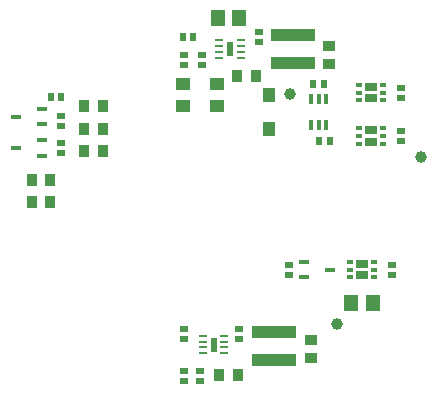
<source format=gbr>
G04 Layer_Color=8421504*
%FSLAX25Y25*%
%MOIN*%
%TF.FileFunction,Paste,Top*%
%TF.Part,Single*%
G01*
G75*
%TA.AperFunction,SMDPad*%
%ADD10R,0.03661X0.03858*%
%TA.AperFunction,SMDPad*%
%ADD11R,0.02559X0.02362*%
%TA.AperFunction,SMDPad*%
%ADD12R,0.03543X0.01575*%
%TA.AperFunction,SMDPad*%
%ADD13R,0.02362X0.02559*%
%TA.AperFunction,SMDPad*%
%ADD14R,0.04921X0.03937*%
%TA.AperFunction,SMDPad*%
%ADD15R,0.03937X0.04921*%
%TA.AperFunction,SMDPad*%
%ADD16R,0.01575X0.03543*%
%TA.AperFunction,SMDPad*%
%ADD17R,0.01950X0.01378*%
%TA.AperFunction,SMDPad*%
%ADD18R,0.04331X0.02756*%
%TA.AperFunction,SMDPad*%
%ADD19R,0.04567X0.05787*%
%TA.AperFunction,SMDPad*%
%ADD20R,0.03150X0.00984*%
%TA.AperFunction,SMDPad*%
%ADD21R,0.02362X0.04724*%
%TA.AperFunction,SMDPad*%
%ADD22R,0.03858X0.03661*%
%TA.AperFunction,SMDPad*%
%ADD23R,0.14567X0.03858*%
%TA.AperFunction,ConnectorPad*%
%ADD24C,0.03937*%
D10*
X48531Y99500D02*
D03*
X42469D02*
D03*
X42469Y107000D02*
D03*
X48531D02*
D03*
X42469Y114500D02*
D03*
X48531D02*
D03*
X99532Y124500D02*
D03*
X93468D02*
D03*
X31032Y90000D02*
D03*
X24969D02*
D03*
X93532Y25000D02*
D03*
X87468D02*
D03*
X31032Y82500D02*
D03*
X24969D02*
D03*
D11*
X34500Y102173D02*
D03*
Y98827D02*
D03*
Y111173D02*
D03*
Y107827D02*
D03*
X148000Y120673D02*
D03*
Y117327D02*
D03*
Y106173D02*
D03*
Y102827D02*
D03*
X81500Y131673D02*
D03*
Y128327D02*
D03*
X75500Y131673D02*
D03*
Y128327D02*
D03*
X100500Y139173D02*
D03*
Y135827D02*
D03*
X110500Y61673D02*
D03*
Y58327D02*
D03*
X75500Y26173D02*
D03*
Y22827D02*
D03*
X81000Y26173D02*
D03*
Y22827D02*
D03*
X75500Y36827D02*
D03*
Y40173D02*
D03*
X94000Y36827D02*
D03*
Y40173D02*
D03*
X145000Y58327D02*
D03*
Y61673D02*
D03*
D12*
X28429Y97941D02*
D03*
Y103059D02*
D03*
X19571Y100500D02*
D03*
X28429Y108441D02*
D03*
Y113559D02*
D03*
X19571Y111000D02*
D03*
X124429Y60000D02*
D03*
X115571Y57441D02*
D03*
Y62559D02*
D03*
D13*
X34673Y117500D02*
D03*
X31327D02*
D03*
X120827Y103000D02*
D03*
X124173D02*
D03*
X122173Y122000D02*
D03*
X118827D02*
D03*
X78673Y137500D02*
D03*
X75327D02*
D03*
D14*
X86807Y114500D02*
D03*
X75193D02*
D03*
Y122000D02*
D03*
X86807D02*
D03*
D15*
X104000Y106693D02*
D03*
Y118307D02*
D03*
D16*
X117941Y116929D02*
D03*
X120500D02*
D03*
X123059D02*
D03*
Y108071D02*
D03*
X120500D02*
D03*
X117941D02*
D03*
D17*
X141939Y116440D02*
D03*
Y119000D02*
D03*
Y121560D02*
D03*
X134061D02*
D03*
Y119000D02*
D03*
Y116440D02*
D03*
Y107060D02*
D03*
Y104500D02*
D03*
Y101940D02*
D03*
X141939D02*
D03*
Y104500D02*
D03*
Y107060D02*
D03*
X138939Y57440D02*
D03*
Y60000D02*
D03*
Y62560D02*
D03*
X131061D02*
D03*
Y60000D02*
D03*
Y57440D02*
D03*
D18*
X138000Y120961D02*
D03*
X138001Y117041D02*
D03*
X138000Y102539D02*
D03*
X137999Y106459D02*
D03*
X135000Y61961D02*
D03*
X135001Y58041D02*
D03*
D19*
X94004Y144000D02*
D03*
X86996D02*
D03*
X131496Y49000D02*
D03*
X138504D02*
D03*
D20*
X94661Y130547D02*
D03*
Y132516D02*
D03*
Y134484D02*
D03*
Y136453D02*
D03*
X87339Y130547D02*
D03*
Y132516D02*
D03*
Y134484D02*
D03*
Y136453D02*
D03*
X89161Y32047D02*
D03*
Y34016D02*
D03*
Y35984D02*
D03*
Y37953D02*
D03*
X81839Y32047D02*
D03*
Y34016D02*
D03*
Y35984D02*
D03*
Y37953D02*
D03*
D21*
X91000Y133500D02*
D03*
X85500Y35000D02*
D03*
D22*
X124000Y128469D02*
D03*
Y134531D02*
D03*
X118000Y30468D02*
D03*
Y36531D02*
D03*
D23*
X112000Y128835D02*
D03*
Y138165D02*
D03*
X105500Y29835D02*
D03*
Y39165D02*
D03*
D24*
X111000Y118500D02*
D03*
X154500Y97500D02*
D03*
X126500Y42000D02*
D03*
%TF.MD5,7BFA9735A97148D5EE6850C2B17D14AD*%
M02*

</source>
